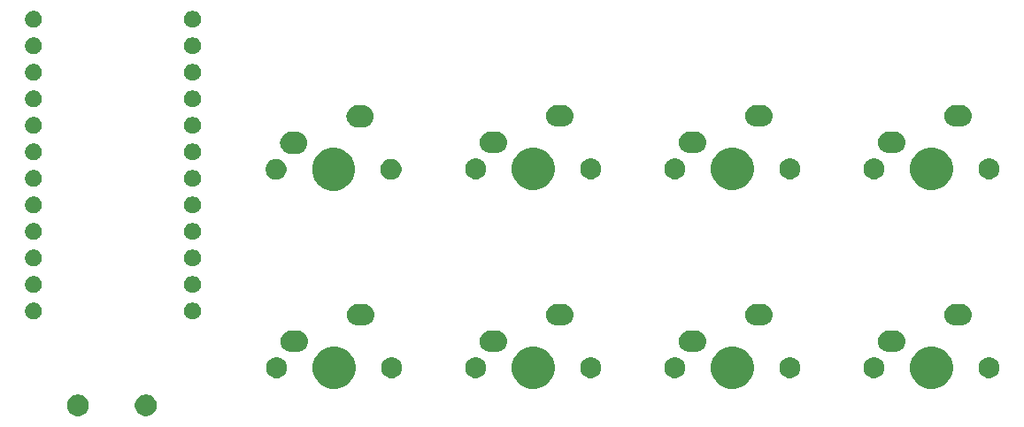
<source format=gbr>
G04 #@! TF.GenerationSoftware,KiCad,Pcbnew,(5.1.0)-1*
G04 #@! TF.CreationDate,2019-04-21T21:02:20+09:00*
G04 #@! TF.ProjectId,meishikbd,6d656973-6869-46b6-9264-2e6b69636164,rev?*
G04 #@! TF.SameCoordinates,Original*
G04 #@! TF.FileFunction,Soldermask,Bot*
G04 #@! TF.FilePolarity,Negative*
%FSLAX46Y46*%
G04 Gerber Fmt 4.6, Leading zero omitted, Abs format (unit mm)*
G04 Created by KiCad (PCBNEW (5.1.0)-1) date 2019-04-21 21:02:20*
%MOMM*%
%LPD*%
G04 APERTURE LIST*
%ADD10C,0.100000*%
G04 APERTURE END LIST*
D10*
G36*
X53456564Y-92689389D02*
G01*
X53647833Y-92768615D01*
X53647835Y-92768616D01*
X53819973Y-92883635D01*
X53966365Y-93030027D01*
X54081385Y-93202167D01*
X54160611Y-93393436D01*
X54201000Y-93596484D01*
X54201000Y-93803516D01*
X54160611Y-94006564D01*
X54081385Y-94197833D01*
X54081384Y-94197835D01*
X53966365Y-94369973D01*
X53819973Y-94516365D01*
X53647835Y-94631384D01*
X53647834Y-94631385D01*
X53647833Y-94631385D01*
X53456564Y-94710611D01*
X53253516Y-94751000D01*
X53046484Y-94751000D01*
X52843436Y-94710611D01*
X52652167Y-94631385D01*
X52652166Y-94631385D01*
X52652165Y-94631384D01*
X52480027Y-94516365D01*
X52333635Y-94369973D01*
X52218616Y-94197835D01*
X52218615Y-94197833D01*
X52139389Y-94006564D01*
X52099000Y-93803516D01*
X52099000Y-93596484D01*
X52139389Y-93393436D01*
X52218615Y-93202167D01*
X52333635Y-93030027D01*
X52480027Y-92883635D01*
X52652165Y-92768616D01*
X52652167Y-92768615D01*
X52843436Y-92689389D01*
X53046484Y-92649000D01*
X53253516Y-92649000D01*
X53456564Y-92689389D01*
X53456564Y-92689389D01*
G37*
G36*
X46956564Y-92689389D02*
G01*
X47147833Y-92768615D01*
X47147835Y-92768616D01*
X47319973Y-92883635D01*
X47466365Y-93030027D01*
X47581385Y-93202167D01*
X47660611Y-93393436D01*
X47701000Y-93596484D01*
X47701000Y-93803516D01*
X47660611Y-94006564D01*
X47581385Y-94197833D01*
X47581384Y-94197835D01*
X47466365Y-94369973D01*
X47319973Y-94516365D01*
X47147835Y-94631384D01*
X47147834Y-94631385D01*
X47147833Y-94631385D01*
X46956564Y-94710611D01*
X46753516Y-94751000D01*
X46546484Y-94751000D01*
X46343436Y-94710611D01*
X46152167Y-94631385D01*
X46152166Y-94631385D01*
X46152165Y-94631384D01*
X45980027Y-94516365D01*
X45833635Y-94369973D01*
X45718616Y-94197835D01*
X45718615Y-94197833D01*
X45639389Y-94006564D01*
X45599000Y-93803516D01*
X45599000Y-93596484D01*
X45639389Y-93393436D01*
X45718615Y-93202167D01*
X45833635Y-93030027D01*
X45980027Y-92883635D01*
X46152165Y-92768616D01*
X46152167Y-92768615D01*
X46343436Y-92689389D01*
X46546484Y-92649000D01*
X46753516Y-92649000D01*
X46956564Y-92689389D01*
X46956564Y-92689389D01*
G37*
G36*
X90798254Y-88127818D02*
G01*
X91171511Y-88282426D01*
X91171513Y-88282427D01*
X91207937Y-88306765D01*
X91507436Y-88506884D01*
X91793116Y-88792564D01*
X92017574Y-89128489D01*
X92172182Y-89501746D01*
X92251000Y-89897993D01*
X92251000Y-90302007D01*
X92172182Y-90698254D01*
X92021293Y-91062532D01*
X92017573Y-91071513D01*
X91793116Y-91407436D01*
X91507436Y-91693116D01*
X91171513Y-91917573D01*
X91171512Y-91917574D01*
X91171511Y-91917574D01*
X90798254Y-92072182D01*
X90402007Y-92151000D01*
X89997993Y-92151000D01*
X89601746Y-92072182D01*
X89228489Y-91917574D01*
X89228488Y-91917574D01*
X89228487Y-91917573D01*
X88892564Y-91693116D01*
X88606884Y-91407436D01*
X88382427Y-91071513D01*
X88378707Y-91062532D01*
X88227818Y-90698254D01*
X88149000Y-90302007D01*
X88149000Y-89897993D01*
X88227818Y-89501746D01*
X88382426Y-89128489D01*
X88606884Y-88792564D01*
X88892564Y-88506884D01*
X89192063Y-88306765D01*
X89228487Y-88282427D01*
X89228489Y-88282426D01*
X89601746Y-88127818D01*
X89997993Y-88049000D01*
X90402007Y-88049000D01*
X90798254Y-88127818D01*
X90798254Y-88127818D01*
G37*
G36*
X128898254Y-88127818D02*
G01*
X129271511Y-88282426D01*
X129271513Y-88282427D01*
X129307937Y-88306765D01*
X129607436Y-88506884D01*
X129893116Y-88792564D01*
X130117574Y-89128489D01*
X130272182Y-89501746D01*
X130351000Y-89897993D01*
X130351000Y-90302007D01*
X130272182Y-90698254D01*
X130121293Y-91062532D01*
X130117573Y-91071513D01*
X129893116Y-91407436D01*
X129607436Y-91693116D01*
X129271513Y-91917573D01*
X129271512Y-91917574D01*
X129271511Y-91917574D01*
X128898254Y-92072182D01*
X128502007Y-92151000D01*
X128097993Y-92151000D01*
X127701746Y-92072182D01*
X127328489Y-91917574D01*
X127328488Y-91917574D01*
X127328487Y-91917573D01*
X126992564Y-91693116D01*
X126706884Y-91407436D01*
X126482427Y-91071513D01*
X126478707Y-91062532D01*
X126327818Y-90698254D01*
X126249000Y-90302007D01*
X126249000Y-89897993D01*
X126327818Y-89501746D01*
X126482426Y-89128489D01*
X126706884Y-88792564D01*
X126992564Y-88506884D01*
X127292063Y-88306765D01*
X127328487Y-88282427D01*
X127328489Y-88282426D01*
X127701746Y-88127818D01*
X128097993Y-88049000D01*
X128502007Y-88049000D01*
X128898254Y-88127818D01*
X128898254Y-88127818D01*
G37*
G36*
X109848254Y-88127818D02*
G01*
X110221511Y-88282426D01*
X110221513Y-88282427D01*
X110257937Y-88306765D01*
X110557436Y-88506884D01*
X110843116Y-88792564D01*
X111067574Y-89128489D01*
X111222182Y-89501746D01*
X111301000Y-89897993D01*
X111301000Y-90302007D01*
X111222182Y-90698254D01*
X111071293Y-91062532D01*
X111067573Y-91071513D01*
X110843116Y-91407436D01*
X110557436Y-91693116D01*
X110221513Y-91917573D01*
X110221512Y-91917574D01*
X110221511Y-91917574D01*
X109848254Y-92072182D01*
X109452007Y-92151000D01*
X109047993Y-92151000D01*
X108651746Y-92072182D01*
X108278489Y-91917574D01*
X108278488Y-91917574D01*
X108278487Y-91917573D01*
X107942564Y-91693116D01*
X107656884Y-91407436D01*
X107432427Y-91071513D01*
X107428707Y-91062532D01*
X107277818Y-90698254D01*
X107199000Y-90302007D01*
X107199000Y-89897993D01*
X107277818Y-89501746D01*
X107432426Y-89128489D01*
X107656884Y-88792564D01*
X107942564Y-88506884D01*
X108242063Y-88306765D01*
X108278487Y-88282427D01*
X108278489Y-88282426D01*
X108651746Y-88127818D01*
X109047993Y-88049000D01*
X109452007Y-88049000D01*
X109848254Y-88127818D01*
X109848254Y-88127818D01*
G37*
G36*
X71748254Y-88127818D02*
G01*
X72121511Y-88282426D01*
X72121513Y-88282427D01*
X72157937Y-88306765D01*
X72457436Y-88506884D01*
X72743116Y-88792564D01*
X72967574Y-89128489D01*
X73122182Y-89501746D01*
X73201000Y-89897993D01*
X73201000Y-90302007D01*
X73122182Y-90698254D01*
X72971293Y-91062532D01*
X72967573Y-91071513D01*
X72743116Y-91407436D01*
X72457436Y-91693116D01*
X72121513Y-91917573D01*
X72121512Y-91917574D01*
X72121511Y-91917574D01*
X71748254Y-92072182D01*
X71352007Y-92151000D01*
X70947993Y-92151000D01*
X70551746Y-92072182D01*
X70178489Y-91917574D01*
X70178488Y-91917574D01*
X70178487Y-91917573D01*
X69842564Y-91693116D01*
X69556884Y-91407436D01*
X69332427Y-91071513D01*
X69328707Y-91062532D01*
X69177818Y-90698254D01*
X69099000Y-90302007D01*
X69099000Y-89897993D01*
X69177818Y-89501746D01*
X69332426Y-89128489D01*
X69556884Y-88792564D01*
X69842564Y-88506884D01*
X70142063Y-88306765D01*
X70178487Y-88282427D01*
X70178489Y-88282426D01*
X70551746Y-88127818D01*
X70947993Y-88049000D01*
X71352007Y-88049000D01*
X71748254Y-88127818D01*
X71748254Y-88127818D01*
G37*
G36*
X84895285Y-89118234D02*
G01*
X84991981Y-89137468D01*
X85174151Y-89212926D01*
X85338100Y-89322473D01*
X85477527Y-89461900D01*
X85587074Y-89625849D01*
X85662532Y-89808019D01*
X85701000Y-90001410D01*
X85701000Y-90198590D01*
X85662532Y-90391981D01*
X85587074Y-90574151D01*
X85477527Y-90738100D01*
X85338100Y-90877527D01*
X85174151Y-90987074D01*
X84991981Y-91062532D01*
X84798591Y-91101000D01*
X84601409Y-91101000D01*
X84504715Y-91081766D01*
X84408019Y-91062532D01*
X84225849Y-90987074D01*
X84061900Y-90877527D01*
X83922473Y-90738100D01*
X83812926Y-90574151D01*
X83737468Y-90391981D01*
X83699000Y-90198590D01*
X83699000Y-90001410D01*
X83737468Y-89808019D01*
X83812926Y-89625849D01*
X83922473Y-89461900D01*
X84061900Y-89322473D01*
X84225849Y-89212926D01*
X84408019Y-89137468D01*
X84504715Y-89118234D01*
X84601409Y-89099000D01*
X84798591Y-89099000D01*
X84895285Y-89118234D01*
X84895285Y-89118234D01*
G37*
G36*
X133995285Y-89118234D02*
G01*
X134091981Y-89137468D01*
X134274151Y-89212926D01*
X134438100Y-89322473D01*
X134577527Y-89461900D01*
X134687074Y-89625849D01*
X134762532Y-89808019D01*
X134801000Y-90001410D01*
X134801000Y-90198590D01*
X134762532Y-90391981D01*
X134687074Y-90574151D01*
X134577527Y-90738100D01*
X134438100Y-90877527D01*
X134274151Y-90987074D01*
X134091981Y-91062532D01*
X133898591Y-91101000D01*
X133701409Y-91101000D01*
X133604715Y-91081766D01*
X133508019Y-91062532D01*
X133325849Y-90987074D01*
X133161900Y-90877527D01*
X133022473Y-90738100D01*
X132912926Y-90574151D01*
X132837468Y-90391981D01*
X132799000Y-90198590D01*
X132799000Y-90001410D01*
X132837468Y-89808019D01*
X132912926Y-89625849D01*
X133022473Y-89461900D01*
X133161900Y-89322473D01*
X133325849Y-89212926D01*
X133508019Y-89137468D01*
X133604715Y-89118234D01*
X133701409Y-89099000D01*
X133898591Y-89099000D01*
X133995285Y-89118234D01*
X133995285Y-89118234D01*
G37*
G36*
X122995285Y-89118234D02*
G01*
X123091981Y-89137468D01*
X123274151Y-89212926D01*
X123438100Y-89322473D01*
X123577527Y-89461900D01*
X123687074Y-89625849D01*
X123762532Y-89808019D01*
X123801000Y-90001410D01*
X123801000Y-90198590D01*
X123762532Y-90391981D01*
X123687074Y-90574151D01*
X123577527Y-90738100D01*
X123438100Y-90877527D01*
X123274151Y-90987074D01*
X123091981Y-91062532D01*
X122898591Y-91101000D01*
X122701409Y-91101000D01*
X122604715Y-91081766D01*
X122508019Y-91062532D01*
X122325849Y-90987074D01*
X122161900Y-90877527D01*
X122022473Y-90738100D01*
X121912926Y-90574151D01*
X121837468Y-90391981D01*
X121799000Y-90198590D01*
X121799000Y-90001410D01*
X121837468Y-89808019D01*
X121912926Y-89625849D01*
X122022473Y-89461900D01*
X122161900Y-89322473D01*
X122325849Y-89212926D01*
X122508019Y-89137468D01*
X122604715Y-89118234D01*
X122701409Y-89099000D01*
X122898591Y-89099000D01*
X122995285Y-89118234D01*
X122995285Y-89118234D01*
G37*
G36*
X103945285Y-89118234D02*
G01*
X104041981Y-89137468D01*
X104224151Y-89212926D01*
X104388100Y-89322473D01*
X104527527Y-89461900D01*
X104637074Y-89625849D01*
X104712532Y-89808019D01*
X104751000Y-90001410D01*
X104751000Y-90198590D01*
X104712532Y-90391981D01*
X104637074Y-90574151D01*
X104527527Y-90738100D01*
X104388100Y-90877527D01*
X104224151Y-90987074D01*
X104041981Y-91062532D01*
X103848591Y-91101000D01*
X103651409Y-91101000D01*
X103554715Y-91081766D01*
X103458019Y-91062532D01*
X103275849Y-90987074D01*
X103111900Y-90877527D01*
X102972473Y-90738100D01*
X102862926Y-90574151D01*
X102787468Y-90391981D01*
X102749000Y-90198590D01*
X102749000Y-90001410D01*
X102787468Y-89808019D01*
X102862926Y-89625849D01*
X102972473Y-89461900D01*
X103111900Y-89322473D01*
X103275849Y-89212926D01*
X103458019Y-89137468D01*
X103554715Y-89118234D01*
X103651409Y-89099000D01*
X103848591Y-89099000D01*
X103945285Y-89118234D01*
X103945285Y-89118234D01*
G37*
G36*
X114945285Y-89118234D02*
G01*
X115041981Y-89137468D01*
X115224151Y-89212926D01*
X115388100Y-89322473D01*
X115527527Y-89461900D01*
X115637074Y-89625849D01*
X115712532Y-89808019D01*
X115751000Y-90001410D01*
X115751000Y-90198590D01*
X115712532Y-90391981D01*
X115637074Y-90574151D01*
X115527527Y-90738100D01*
X115388100Y-90877527D01*
X115224151Y-90987074D01*
X115041981Y-91062532D01*
X114848591Y-91101000D01*
X114651409Y-91101000D01*
X114554715Y-91081766D01*
X114458019Y-91062532D01*
X114275849Y-90987074D01*
X114111900Y-90877527D01*
X113972473Y-90738100D01*
X113862926Y-90574151D01*
X113787468Y-90391981D01*
X113749000Y-90198590D01*
X113749000Y-90001410D01*
X113787468Y-89808019D01*
X113862926Y-89625849D01*
X113972473Y-89461900D01*
X114111900Y-89322473D01*
X114275849Y-89212926D01*
X114458019Y-89137468D01*
X114554715Y-89118234D01*
X114651409Y-89099000D01*
X114848591Y-89099000D01*
X114945285Y-89118234D01*
X114945285Y-89118234D01*
G37*
G36*
X95895285Y-89118234D02*
G01*
X95991981Y-89137468D01*
X96174151Y-89212926D01*
X96338100Y-89322473D01*
X96477527Y-89461900D01*
X96587074Y-89625849D01*
X96662532Y-89808019D01*
X96701000Y-90001410D01*
X96701000Y-90198590D01*
X96662532Y-90391981D01*
X96587074Y-90574151D01*
X96477527Y-90738100D01*
X96338100Y-90877527D01*
X96174151Y-90987074D01*
X95991981Y-91062532D01*
X95798591Y-91101000D01*
X95601409Y-91101000D01*
X95504715Y-91081766D01*
X95408019Y-91062532D01*
X95225849Y-90987074D01*
X95061900Y-90877527D01*
X94922473Y-90738100D01*
X94812926Y-90574151D01*
X94737468Y-90391981D01*
X94699000Y-90198590D01*
X94699000Y-90001410D01*
X94737468Y-89808019D01*
X94812926Y-89625849D01*
X94922473Y-89461900D01*
X95061900Y-89322473D01*
X95225849Y-89212926D01*
X95408019Y-89137468D01*
X95504715Y-89118234D01*
X95601409Y-89099000D01*
X95798591Y-89099000D01*
X95895285Y-89118234D01*
X95895285Y-89118234D01*
G37*
G36*
X65845285Y-89118234D02*
G01*
X65941981Y-89137468D01*
X66124151Y-89212926D01*
X66288100Y-89322473D01*
X66427527Y-89461900D01*
X66537074Y-89625849D01*
X66612532Y-89808019D01*
X66651000Y-90001410D01*
X66651000Y-90198590D01*
X66612532Y-90391981D01*
X66537074Y-90574151D01*
X66427527Y-90738100D01*
X66288100Y-90877527D01*
X66124151Y-90987074D01*
X65941981Y-91062532D01*
X65845285Y-91081766D01*
X65748591Y-91101000D01*
X65551409Y-91101000D01*
X65454715Y-91081766D01*
X65358019Y-91062532D01*
X65175849Y-90987074D01*
X65011900Y-90877527D01*
X64872473Y-90738100D01*
X64762926Y-90574151D01*
X64687468Y-90391981D01*
X64649000Y-90198590D01*
X64649000Y-90001410D01*
X64687468Y-89808019D01*
X64762926Y-89625849D01*
X64872473Y-89461900D01*
X65011900Y-89322473D01*
X65175849Y-89212926D01*
X65358019Y-89137468D01*
X65454715Y-89118234D01*
X65551409Y-89099000D01*
X65748591Y-89099000D01*
X65845285Y-89118234D01*
X65845285Y-89118234D01*
G37*
G36*
X76845285Y-89118234D02*
G01*
X76941981Y-89137468D01*
X77124151Y-89212926D01*
X77288100Y-89322473D01*
X77427527Y-89461900D01*
X77537074Y-89625849D01*
X77612532Y-89808019D01*
X77651000Y-90001410D01*
X77651000Y-90198590D01*
X77612532Y-90391981D01*
X77537074Y-90574151D01*
X77427527Y-90738100D01*
X77288100Y-90877527D01*
X77124151Y-90987074D01*
X76941981Y-91062532D01*
X76845285Y-91081766D01*
X76748591Y-91101000D01*
X76551409Y-91101000D01*
X76454715Y-91081766D01*
X76358019Y-91062532D01*
X76175849Y-90987074D01*
X76011900Y-90877527D01*
X75872473Y-90738100D01*
X75762926Y-90574151D01*
X75687468Y-90391981D01*
X75649000Y-90198590D01*
X75649000Y-90001410D01*
X75687468Y-89808019D01*
X75762926Y-89625849D01*
X75872473Y-89461900D01*
X76011900Y-89322473D01*
X76175849Y-89212926D01*
X76358019Y-89137468D01*
X76454715Y-89118234D01*
X76551409Y-89099000D01*
X76748591Y-89099000D01*
X76845285Y-89118234D01*
X76845285Y-89118234D01*
G37*
G36*
X124843097Y-86514069D02*
G01*
X124946032Y-86524207D01*
X125144146Y-86584305D01*
X125144149Y-86584306D01*
X125240975Y-86636061D01*
X125326729Y-86681897D01*
X125486765Y-86813235D01*
X125618103Y-86973271D01*
X125663939Y-87059025D01*
X125715694Y-87155851D01*
X125715695Y-87155854D01*
X125775793Y-87353968D01*
X125796085Y-87560000D01*
X125775793Y-87766032D01*
X125715695Y-87964146D01*
X125715694Y-87964149D01*
X125670340Y-88049000D01*
X125618103Y-88146729D01*
X125486765Y-88306765D01*
X125326729Y-88438103D01*
X125240975Y-88483939D01*
X125144149Y-88535694D01*
X125144146Y-88535695D01*
X124946032Y-88595793D01*
X124843097Y-88605931D01*
X124791631Y-88611000D01*
X124188369Y-88611000D01*
X124136903Y-88605931D01*
X124033968Y-88595793D01*
X123835854Y-88535695D01*
X123835851Y-88535694D01*
X123739025Y-88483939D01*
X123653271Y-88438103D01*
X123493235Y-88306765D01*
X123361897Y-88146729D01*
X123309660Y-88049000D01*
X123264306Y-87964149D01*
X123264305Y-87964146D01*
X123204207Y-87766032D01*
X123183915Y-87560000D01*
X123204207Y-87353968D01*
X123264305Y-87155854D01*
X123264306Y-87155851D01*
X123316061Y-87059025D01*
X123361897Y-86973271D01*
X123493235Y-86813235D01*
X123653271Y-86681897D01*
X123739025Y-86636061D01*
X123835851Y-86584306D01*
X123835854Y-86584305D01*
X124033968Y-86524207D01*
X124136903Y-86514069D01*
X124188369Y-86509000D01*
X124791631Y-86509000D01*
X124843097Y-86514069D01*
X124843097Y-86514069D01*
G37*
G36*
X105793097Y-86514069D02*
G01*
X105896032Y-86524207D01*
X106094146Y-86584305D01*
X106094149Y-86584306D01*
X106190975Y-86636061D01*
X106276729Y-86681897D01*
X106436765Y-86813235D01*
X106568103Y-86973271D01*
X106613939Y-87059025D01*
X106665694Y-87155851D01*
X106665695Y-87155854D01*
X106725793Y-87353968D01*
X106746085Y-87560000D01*
X106725793Y-87766032D01*
X106665695Y-87964146D01*
X106665694Y-87964149D01*
X106620340Y-88049000D01*
X106568103Y-88146729D01*
X106436765Y-88306765D01*
X106276729Y-88438103D01*
X106190975Y-88483939D01*
X106094149Y-88535694D01*
X106094146Y-88535695D01*
X105896032Y-88595793D01*
X105793097Y-88605931D01*
X105741631Y-88611000D01*
X105138369Y-88611000D01*
X105086903Y-88605931D01*
X104983968Y-88595793D01*
X104785854Y-88535695D01*
X104785851Y-88535694D01*
X104689025Y-88483939D01*
X104603271Y-88438103D01*
X104443235Y-88306765D01*
X104311897Y-88146729D01*
X104259660Y-88049000D01*
X104214306Y-87964149D01*
X104214305Y-87964146D01*
X104154207Y-87766032D01*
X104133915Y-87560000D01*
X104154207Y-87353968D01*
X104214305Y-87155854D01*
X104214306Y-87155851D01*
X104266061Y-87059025D01*
X104311897Y-86973271D01*
X104443235Y-86813235D01*
X104603271Y-86681897D01*
X104689025Y-86636061D01*
X104785851Y-86584306D01*
X104785854Y-86584305D01*
X104983968Y-86524207D01*
X105086903Y-86514069D01*
X105138369Y-86509000D01*
X105741631Y-86509000D01*
X105793097Y-86514069D01*
X105793097Y-86514069D01*
G37*
G36*
X86743097Y-86514069D02*
G01*
X86846032Y-86524207D01*
X87044146Y-86584305D01*
X87044149Y-86584306D01*
X87140975Y-86636061D01*
X87226729Y-86681897D01*
X87386765Y-86813235D01*
X87518103Y-86973271D01*
X87563939Y-87059025D01*
X87615694Y-87155851D01*
X87615695Y-87155854D01*
X87675793Y-87353968D01*
X87696085Y-87560000D01*
X87675793Y-87766032D01*
X87615695Y-87964146D01*
X87615694Y-87964149D01*
X87570340Y-88049000D01*
X87518103Y-88146729D01*
X87386765Y-88306765D01*
X87226729Y-88438103D01*
X87140975Y-88483939D01*
X87044149Y-88535694D01*
X87044146Y-88535695D01*
X86846032Y-88595793D01*
X86743097Y-88605931D01*
X86691631Y-88611000D01*
X86088369Y-88611000D01*
X86036903Y-88605931D01*
X85933968Y-88595793D01*
X85735854Y-88535695D01*
X85735851Y-88535694D01*
X85639025Y-88483939D01*
X85553271Y-88438103D01*
X85393235Y-88306765D01*
X85261897Y-88146729D01*
X85209660Y-88049000D01*
X85164306Y-87964149D01*
X85164305Y-87964146D01*
X85104207Y-87766032D01*
X85083915Y-87560000D01*
X85104207Y-87353968D01*
X85164305Y-87155854D01*
X85164306Y-87155851D01*
X85216061Y-87059025D01*
X85261897Y-86973271D01*
X85393235Y-86813235D01*
X85553271Y-86681897D01*
X85639025Y-86636061D01*
X85735851Y-86584306D01*
X85735854Y-86584305D01*
X85933968Y-86524207D01*
X86036903Y-86514069D01*
X86088369Y-86509000D01*
X86691631Y-86509000D01*
X86743097Y-86514069D01*
X86743097Y-86514069D01*
G37*
G36*
X67693097Y-86514069D02*
G01*
X67796032Y-86524207D01*
X67994146Y-86584305D01*
X67994149Y-86584306D01*
X68090975Y-86636061D01*
X68176729Y-86681897D01*
X68336765Y-86813235D01*
X68468103Y-86973271D01*
X68513939Y-87059025D01*
X68565694Y-87155851D01*
X68565695Y-87155854D01*
X68625793Y-87353968D01*
X68646085Y-87560000D01*
X68625793Y-87766032D01*
X68565695Y-87964146D01*
X68565694Y-87964149D01*
X68520340Y-88049000D01*
X68468103Y-88146729D01*
X68336765Y-88306765D01*
X68176729Y-88438103D01*
X68090975Y-88483939D01*
X67994149Y-88535694D01*
X67994146Y-88535695D01*
X67796032Y-88595793D01*
X67693097Y-88605931D01*
X67641631Y-88611000D01*
X67038369Y-88611000D01*
X66986903Y-88605931D01*
X66883968Y-88595793D01*
X66685854Y-88535695D01*
X66685851Y-88535694D01*
X66589025Y-88483939D01*
X66503271Y-88438103D01*
X66343235Y-88306765D01*
X66211897Y-88146729D01*
X66159660Y-88049000D01*
X66114306Y-87964149D01*
X66114305Y-87964146D01*
X66054207Y-87766032D01*
X66033915Y-87560000D01*
X66054207Y-87353968D01*
X66114305Y-87155854D01*
X66114306Y-87155851D01*
X66166061Y-87059025D01*
X66211897Y-86973271D01*
X66343235Y-86813235D01*
X66503271Y-86681897D01*
X66589025Y-86636061D01*
X66685851Y-86584306D01*
X66685854Y-86584305D01*
X66883968Y-86524207D01*
X66986903Y-86514069D01*
X67038369Y-86509000D01*
X67641631Y-86509000D01*
X67693097Y-86514069D01*
X67693097Y-86514069D01*
G37*
G36*
X131193097Y-83974069D02*
G01*
X131296032Y-83984207D01*
X131494146Y-84044305D01*
X131494149Y-84044306D01*
X131590975Y-84096061D01*
X131676729Y-84141897D01*
X131836765Y-84273235D01*
X131968103Y-84433271D01*
X132013939Y-84519025D01*
X132065694Y-84615851D01*
X132065695Y-84615854D01*
X132125793Y-84813968D01*
X132146085Y-85020000D01*
X132125793Y-85226032D01*
X132105326Y-85293501D01*
X132065694Y-85424149D01*
X132038513Y-85475000D01*
X131968103Y-85606729D01*
X131836765Y-85766765D01*
X131676729Y-85898103D01*
X131590975Y-85943939D01*
X131494149Y-85995694D01*
X131494146Y-85995695D01*
X131296032Y-86055793D01*
X131193097Y-86065931D01*
X131141631Y-86071000D01*
X130538369Y-86071000D01*
X130486903Y-86065931D01*
X130383968Y-86055793D01*
X130185854Y-85995695D01*
X130185851Y-85995694D01*
X130089025Y-85943939D01*
X130003271Y-85898103D01*
X129843235Y-85766765D01*
X129711897Y-85606729D01*
X129641487Y-85475000D01*
X129614306Y-85424149D01*
X129574674Y-85293501D01*
X129554207Y-85226032D01*
X129533915Y-85020000D01*
X129554207Y-84813968D01*
X129614305Y-84615854D01*
X129614306Y-84615851D01*
X129666061Y-84519025D01*
X129711897Y-84433271D01*
X129843235Y-84273235D01*
X130003271Y-84141897D01*
X130089025Y-84096061D01*
X130185851Y-84044306D01*
X130185854Y-84044305D01*
X130383968Y-83984207D01*
X130486903Y-83974069D01*
X130538369Y-83969000D01*
X131141631Y-83969000D01*
X131193097Y-83974069D01*
X131193097Y-83974069D01*
G37*
G36*
X112143097Y-83974069D02*
G01*
X112246032Y-83984207D01*
X112444146Y-84044305D01*
X112444149Y-84044306D01*
X112540975Y-84096061D01*
X112626729Y-84141897D01*
X112786765Y-84273235D01*
X112918103Y-84433271D01*
X112963939Y-84519025D01*
X113015694Y-84615851D01*
X113015695Y-84615854D01*
X113075793Y-84813968D01*
X113096085Y-85020000D01*
X113075793Y-85226032D01*
X113055326Y-85293501D01*
X113015694Y-85424149D01*
X112988513Y-85475000D01*
X112918103Y-85606729D01*
X112786765Y-85766765D01*
X112626729Y-85898103D01*
X112540975Y-85943939D01*
X112444149Y-85995694D01*
X112444146Y-85995695D01*
X112246032Y-86055793D01*
X112143097Y-86065931D01*
X112091631Y-86071000D01*
X111488369Y-86071000D01*
X111436903Y-86065931D01*
X111333968Y-86055793D01*
X111135854Y-85995695D01*
X111135851Y-85995694D01*
X111039025Y-85943939D01*
X110953271Y-85898103D01*
X110793235Y-85766765D01*
X110661897Y-85606729D01*
X110591487Y-85475000D01*
X110564306Y-85424149D01*
X110524674Y-85293501D01*
X110504207Y-85226032D01*
X110483915Y-85020000D01*
X110504207Y-84813968D01*
X110564305Y-84615854D01*
X110564306Y-84615851D01*
X110616061Y-84519025D01*
X110661897Y-84433271D01*
X110793235Y-84273235D01*
X110953271Y-84141897D01*
X111039025Y-84096061D01*
X111135851Y-84044306D01*
X111135854Y-84044305D01*
X111333968Y-83984207D01*
X111436903Y-83974069D01*
X111488369Y-83969000D01*
X112091631Y-83969000D01*
X112143097Y-83974069D01*
X112143097Y-83974069D01*
G37*
G36*
X93093097Y-83974069D02*
G01*
X93196032Y-83984207D01*
X93394146Y-84044305D01*
X93394149Y-84044306D01*
X93490975Y-84096061D01*
X93576729Y-84141897D01*
X93736765Y-84273235D01*
X93868103Y-84433271D01*
X93913939Y-84519025D01*
X93965694Y-84615851D01*
X93965695Y-84615854D01*
X94025793Y-84813968D01*
X94046085Y-85020000D01*
X94025793Y-85226032D01*
X94005326Y-85293501D01*
X93965694Y-85424149D01*
X93938513Y-85475000D01*
X93868103Y-85606729D01*
X93736765Y-85766765D01*
X93576729Y-85898103D01*
X93490975Y-85943939D01*
X93394149Y-85995694D01*
X93394146Y-85995695D01*
X93196032Y-86055793D01*
X93093097Y-86065931D01*
X93041631Y-86071000D01*
X92438369Y-86071000D01*
X92386903Y-86065931D01*
X92283968Y-86055793D01*
X92085854Y-85995695D01*
X92085851Y-85995694D01*
X91989025Y-85943939D01*
X91903271Y-85898103D01*
X91743235Y-85766765D01*
X91611897Y-85606729D01*
X91541487Y-85475000D01*
X91514306Y-85424149D01*
X91474674Y-85293501D01*
X91454207Y-85226032D01*
X91433915Y-85020000D01*
X91454207Y-84813968D01*
X91514305Y-84615854D01*
X91514306Y-84615851D01*
X91566061Y-84519025D01*
X91611897Y-84433271D01*
X91743235Y-84273235D01*
X91903271Y-84141897D01*
X91989025Y-84096061D01*
X92085851Y-84044306D01*
X92085854Y-84044305D01*
X92283968Y-83984207D01*
X92386903Y-83974069D01*
X92438369Y-83969000D01*
X93041631Y-83969000D01*
X93093097Y-83974069D01*
X93093097Y-83974069D01*
G37*
G36*
X74043097Y-83974069D02*
G01*
X74146032Y-83984207D01*
X74344146Y-84044305D01*
X74344149Y-84044306D01*
X74440975Y-84096061D01*
X74526729Y-84141897D01*
X74686765Y-84273235D01*
X74818103Y-84433271D01*
X74863939Y-84519025D01*
X74915694Y-84615851D01*
X74915695Y-84615854D01*
X74975793Y-84813968D01*
X74996085Y-85020000D01*
X74975793Y-85226032D01*
X74955326Y-85293501D01*
X74915694Y-85424149D01*
X74888513Y-85475000D01*
X74818103Y-85606729D01*
X74686765Y-85766765D01*
X74526729Y-85898103D01*
X74440975Y-85943939D01*
X74344149Y-85995694D01*
X74344146Y-85995695D01*
X74146032Y-86055793D01*
X74043097Y-86065931D01*
X73991631Y-86071000D01*
X73388369Y-86071000D01*
X73336903Y-86065931D01*
X73233968Y-86055793D01*
X73035854Y-85995695D01*
X73035851Y-85995694D01*
X72939025Y-85943939D01*
X72853271Y-85898103D01*
X72693235Y-85766765D01*
X72561897Y-85606729D01*
X72491487Y-85475000D01*
X72464306Y-85424149D01*
X72424674Y-85293501D01*
X72404207Y-85226032D01*
X72383915Y-85020000D01*
X72404207Y-84813968D01*
X72464305Y-84615854D01*
X72464306Y-84615851D01*
X72516061Y-84519025D01*
X72561897Y-84433271D01*
X72693235Y-84273235D01*
X72853271Y-84141897D01*
X72939025Y-84096061D01*
X73035851Y-84044306D01*
X73035854Y-84044305D01*
X73233968Y-83984207D01*
X73336903Y-83974069D01*
X73388369Y-83969000D01*
X73991631Y-83969000D01*
X74043097Y-83974069D01*
X74043097Y-83974069D01*
G37*
G36*
X57848542Y-83880242D02*
G01*
X57996501Y-83941529D01*
X58129655Y-84030499D01*
X58242901Y-84143745D01*
X58331871Y-84276899D01*
X58393158Y-84424858D01*
X58424400Y-84581925D01*
X58424400Y-84742075D01*
X58393158Y-84899142D01*
X58331871Y-85047101D01*
X58242901Y-85180255D01*
X58129655Y-85293501D01*
X57996501Y-85382471D01*
X57848542Y-85443758D01*
X57691475Y-85475000D01*
X57531325Y-85475000D01*
X57374258Y-85443758D01*
X57226299Y-85382471D01*
X57093145Y-85293501D01*
X56979899Y-85180255D01*
X56890929Y-85047101D01*
X56829642Y-84899142D01*
X56798400Y-84742075D01*
X56798400Y-84581925D01*
X56829642Y-84424858D01*
X56890929Y-84276899D01*
X56979899Y-84143745D01*
X57093145Y-84030499D01*
X57226299Y-83941529D01*
X57374258Y-83880242D01*
X57531325Y-83849000D01*
X57691475Y-83849000D01*
X57848542Y-83880242D01*
X57848542Y-83880242D01*
G37*
G36*
X42628542Y-83880242D02*
G01*
X42776501Y-83941529D01*
X42909655Y-84030499D01*
X43022901Y-84143745D01*
X43111871Y-84276899D01*
X43173158Y-84424858D01*
X43204400Y-84581925D01*
X43204400Y-84742075D01*
X43173158Y-84899142D01*
X43111871Y-85047101D01*
X43022901Y-85180255D01*
X42909655Y-85293501D01*
X42776501Y-85382471D01*
X42628542Y-85443758D01*
X42471475Y-85475000D01*
X42311325Y-85475000D01*
X42154258Y-85443758D01*
X42006299Y-85382471D01*
X41873145Y-85293501D01*
X41759899Y-85180255D01*
X41670929Y-85047101D01*
X41609642Y-84899142D01*
X41578400Y-84742075D01*
X41578400Y-84581925D01*
X41609642Y-84424858D01*
X41670929Y-84276899D01*
X41759899Y-84143745D01*
X41873145Y-84030499D01*
X42006299Y-83941529D01*
X42154258Y-83880242D01*
X42311325Y-83849000D01*
X42471475Y-83849000D01*
X42628542Y-83880242D01*
X42628542Y-83880242D01*
G37*
G36*
X57848542Y-81340242D02*
G01*
X57996501Y-81401529D01*
X58129655Y-81490499D01*
X58242901Y-81603745D01*
X58331871Y-81736899D01*
X58393158Y-81884858D01*
X58424400Y-82041925D01*
X58424400Y-82202075D01*
X58393158Y-82359142D01*
X58331871Y-82507101D01*
X58242901Y-82640255D01*
X58129655Y-82753501D01*
X57996501Y-82842471D01*
X57848542Y-82903758D01*
X57691475Y-82935000D01*
X57531325Y-82935000D01*
X57374258Y-82903758D01*
X57226299Y-82842471D01*
X57093145Y-82753501D01*
X56979899Y-82640255D01*
X56890929Y-82507101D01*
X56829642Y-82359142D01*
X56798400Y-82202075D01*
X56798400Y-82041925D01*
X56829642Y-81884858D01*
X56890929Y-81736899D01*
X56979899Y-81603745D01*
X57093145Y-81490499D01*
X57226299Y-81401529D01*
X57374258Y-81340242D01*
X57531325Y-81309000D01*
X57691475Y-81309000D01*
X57848542Y-81340242D01*
X57848542Y-81340242D01*
G37*
G36*
X42628542Y-81340242D02*
G01*
X42776501Y-81401529D01*
X42909655Y-81490499D01*
X43022901Y-81603745D01*
X43111871Y-81736899D01*
X43173158Y-81884858D01*
X43204400Y-82041925D01*
X43204400Y-82202075D01*
X43173158Y-82359142D01*
X43111871Y-82507101D01*
X43022901Y-82640255D01*
X42909655Y-82753501D01*
X42776501Y-82842471D01*
X42628542Y-82903758D01*
X42471475Y-82935000D01*
X42311325Y-82935000D01*
X42154258Y-82903758D01*
X42006299Y-82842471D01*
X41873145Y-82753501D01*
X41759899Y-82640255D01*
X41670929Y-82507101D01*
X41609642Y-82359142D01*
X41578400Y-82202075D01*
X41578400Y-82041925D01*
X41609642Y-81884858D01*
X41670929Y-81736899D01*
X41759899Y-81603745D01*
X41873145Y-81490499D01*
X42006299Y-81401529D01*
X42154258Y-81340242D01*
X42311325Y-81309000D01*
X42471475Y-81309000D01*
X42628542Y-81340242D01*
X42628542Y-81340242D01*
G37*
G36*
X57848542Y-78800242D02*
G01*
X57996501Y-78861529D01*
X58129655Y-78950499D01*
X58242901Y-79063745D01*
X58331871Y-79196899D01*
X58393158Y-79344858D01*
X58424400Y-79501925D01*
X58424400Y-79662075D01*
X58393158Y-79819142D01*
X58331871Y-79967101D01*
X58242901Y-80100255D01*
X58129655Y-80213501D01*
X57996501Y-80302471D01*
X57848542Y-80363758D01*
X57691475Y-80395000D01*
X57531325Y-80395000D01*
X57374258Y-80363758D01*
X57226299Y-80302471D01*
X57093145Y-80213501D01*
X56979899Y-80100255D01*
X56890929Y-79967101D01*
X56829642Y-79819142D01*
X56798400Y-79662075D01*
X56798400Y-79501925D01*
X56829642Y-79344858D01*
X56890929Y-79196899D01*
X56979899Y-79063745D01*
X57093145Y-78950499D01*
X57226299Y-78861529D01*
X57374258Y-78800242D01*
X57531325Y-78769000D01*
X57691475Y-78769000D01*
X57848542Y-78800242D01*
X57848542Y-78800242D01*
G37*
G36*
X42628542Y-78800242D02*
G01*
X42776501Y-78861529D01*
X42909655Y-78950499D01*
X43022901Y-79063745D01*
X43111871Y-79196899D01*
X43173158Y-79344858D01*
X43204400Y-79501925D01*
X43204400Y-79662075D01*
X43173158Y-79819142D01*
X43111871Y-79967101D01*
X43022901Y-80100255D01*
X42909655Y-80213501D01*
X42776501Y-80302471D01*
X42628542Y-80363758D01*
X42471475Y-80395000D01*
X42311325Y-80395000D01*
X42154258Y-80363758D01*
X42006299Y-80302471D01*
X41873145Y-80213501D01*
X41759899Y-80100255D01*
X41670929Y-79967101D01*
X41609642Y-79819142D01*
X41578400Y-79662075D01*
X41578400Y-79501925D01*
X41609642Y-79344858D01*
X41670929Y-79196899D01*
X41759899Y-79063745D01*
X41873145Y-78950499D01*
X42006299Y-78861529D01*
X42154258Y-78800242D01*
X42311325Y-78769000D01*
X42471475Y-78769000D01*
X42628542Y-78800242D01*
X42628542Y-78800242D01*
G37*
G36*
X57848542Y-76260242D02*
G01*
X57996501Y-76321529D01*
X58129655Y-76410499D01*
X58242901Y-76523745D01*
X58331871Y-76656899D01*
X58393158Y-76804858D01*
X58424400Y-76961925D01*
X58424400Y-77122075D01*
X58393158Y-77279142D01*
X58331871Y-77427101D01*
X58242901Y-77560255D01*
X58129655Y-77673501D01*
X57996501Y-77762471D01*
X57848542Y-77823758D01*
X57691475Y-77855000D01*
X57531325Y-77855000D01*
X57374258Y-77823758D01*
X57226299Y-77762471D01*
X57093145Y-77673501D01*
X56979899Y-77560255D01*
X56890929Y-77427101D01*
X56829642Y-77279142D01*
X56798400Y-77122075D01*
X56798400Y-76961925D01*
X56829642Y-76804858D01*
X56890929Y-76656899D01*
X56979899Y-76523745D01*
X57093145Y-76410499D01*
X57226299Y-76321529D01*
X57374258Y-76260242D01*
X57531325Y-76229000D01*
X57691475Y-76229000D01*
X57848542Y-76260242D01*
X57848542Y-76260242D01*
G37*
G36*
X42628542Y-76260242D02*
G01*
X42776501Y-76321529D01*
X42909655Y-76410499D01*
X43022901Y-76523745D01*
X43111871Y-76656899D01*
X43173158Y-76804858D01*
X43204400Y-76961925D01*
X43204400Y-77122075D01*
X43173158Y-77279142D01*
X43111871Y-77427101D01*
X43022901Y-77560255D01*
X42909655Y-77673501D01*
X42776501Y-77762471D01*
X42628542Y-77823758D01*
X42471475Y-77855000D01*
X42311325Y-77855000D01*
X42154258Y-77823758D01*
X42006299Y-77762471D01*
X41873145Y-77673501D01*
X41759899Y-77560255D01*
X41670929Y-77427101D01*
X41609642Y-77279142D01*
X41578400Y-77122075D01*
X41578400Y-76961925D01*
X41609642Y-76804858D01*
X41670929Y-76656899D01*
X41759899Y-76523745D01*
X41873145Y-76410499D01*
X42006299Y-76321529D01*
X42154258Y-76260242D01*
X42311325Y-76229000D01*
X42471475Y-76229000D01*
X42628542Y-76260242D01*
X42628542Y-76260242D01*
G37*
G36*
X57848542Y-73720242D02*
G01*
X57996501Y-73781529D01*
X58129655Y-73870499D01*
X58242901Y-73983745D01*
X58331871Y-74116899D01*
X58393158Y-74264858D01*
X58424400Y-74421925D01*
X58424400Y-74582075D01*
X58393158Y-74739142D01*
X58331871Y-74887101D01*
X58242901Y-75020255D01*
X58129655Y-75133501D01*
X57996501Y-75222471D01*
X57848542Y-75283758D01*
X57691475Y-75315000D01*
X57531325Y-75315000D01*
X57374258Y-75283758D01*
X57226299Y-75222471D01*
X57093145Y-75133501D01*
X56979899Y-75020255D01*
X56890929Y-74887101D01*
X56829642Y-74739142D01*
X56798400Y-74582075D01*
X56798400Y-74421925D01*
X56829642Y-74264858D01*
X56890929Y-74116899D01*
X56979899Y-73983745D01*
X57093145Y-73870499D01*
X57226299Y-73781529D01*
X57374258Y-73720242D01*
X57531325Y-73689000D01*
X57691475Y-73689000D01*
X57848542Y-73720242D01*
X57848542Y-73720242D01*
G37*
G36*
X42628542Y-73720242D02*
G01*
X42776501Y-73781529D01*
X42909655Y-73870499D01*
X43022901Y-73983745D01*
X43111871Y-74116899D01*
X43173158Y-74264858D01*
X43204400Y-74421925D01*
X43204400Y-74582075D01*
X43173158Y-74739142D01*
X43111871Y-74887101D01*
X43022901Y-75020255D01*
X42909655Y-75133501D01*
X42776501Y-75222471D01*
X42628542Y-75283758D01*
X42471475Y-75315000D01*
X42311325Y-75315000D01*
X42154258Y-75283758D01*
X42006299Y-75222471D01*
X41873145Y-75133501D01*
X41759899Y-75020255D01*
X41670929Y-74887101D01*
X41609642Y-74739142D01*
X41578400Y-74582075D01*
X41578400Y-74421925D01*
X41609642Y-74264858D01*
X41670929Y-74116899D01*
X41759899Y-73983745D01*
X41873145Y-73870499D01*
X42006299Y-73781529D01*
X42154258Y-73720242D01*
X42311325Y-73689000D01*
X42471475Y-73689000D01*
X42628542Y-73720242D01*
X42628542Y-73720242D01*
G37*
G36*
X71698254Y-69127818D02*
G01*
X72071511Y-69282426D01*
X72071513Y-69282427D01*
X72407436Y-69506884D01*
X72693116Y-69792564D01*
X72867468Y-70053499D01*
X72917574Y-70128489D01*
X73072182Y-70501746D01*
X73151000Y-70897993D01*
X73151000Y-71302007D01*
X73072182Y-71698254D01*
X72938284Y-72021513D01*
X72917573Y-72071513D01*
X72693116Y-72407436D01*
X72407436Y-72693116D01*
X72071513Y-72917573D01*
X72071512Y-72917574D01*
X72071511Y-72917574D01*
X71698254Y-73072182D01*
X71302007Y-73151000D01*
X70897993Y-73151000D01*
X70501746Y-73072182D01*
X70128489Y-72917574D01*
X70128488Y-72917574D01*
X70128487Y-72917573D01*
X69792564Y-72693116D01*
X69506884Y-72407436D01*
X69282427Y-72071513D01*
X69261716Y-72021513D01*
X69127818Y-71698254D01*
X69049000Y-71302007D01*
X69049000Y-70897993D01*
X69127818Y-70501746D01*
X69282426Y-70128489D01*
X69332533Y-70053499D01*
X69506884Y-69792564D01*
X69792564Y-69506884D01*
X70128487Y-69282427D01*
X70128489Y-69282426D01*
X70501746Y-69127818D01*
X70897993Y-69049000D01*
X71302007Y-69049000D01*
X71698254Y-69127818D01*
X71698254Y-69127818D01*
G37*
G36*
X109848254Y-69077818D02*
G01*
X110221511Y-69232426D01*
X110221513Y-69232427D01*
X110557436Y-69456884D01*
X110843116Y-69742564D01*
X111050877Y-70053499D01*
X111067574Y-70078489D01*
X111222182Y-70451746D01*
X111301000Y-70847993D01*
X111301000Y-71252007D01*
X111222182Y-71648254D01*
X111081838Y-71987074D01*
X111067573Y-72021513D01*
X110843116Y-72357436D01*
X110557436Y-72643116D01*
X110221513Y-72867573D01*
X110221512Y-72867574D01*
X110221511Y-72867574D01*
X109848254Y-73022182D01*
X109452007Y-73101000D01*
X109047993Y-73101000D01*
X108651746Y-73022182D01*
X108278489Y-72867574D01*
X108278488Y-72867574D01*
X108278487Y-72867573D01*
X107942564Y-72643116D01*
X107656884Y-72357436D01*
X107432427Y-72021513D01*
X107418162Y-71987074D01*
X107277818Y-71648254D01*
X107199000Y-71252007D01*
X107199000Y-70847993D01*
X107277818Y-70451746D01*
X107432426Y-70078489D01*
X107449124Y-70053499D01*
X107656884Y-69742564D01*
X107942564Y-69456884D01*
X108278487Y-69232427D01*
X108278489Y-69232426D01*
X108651746Y-69077818D01*
X109047993Y-68999000D01*
X109452007Y-68999000D01*
X109848254Y-69077818D01*
X109848254Y-69077818D01*
G37*
G36*
X90798254Y-69077818D02*
G01*
X91171511Y-69232426D01*
X91171513Y-69232427D01*
X91507436Y-69456884D01*
X91793116Y-69742564D01*
X92000877Y-70053499D01*
X92017574Y-70078489D01*
X92172182Y-70451746D01*
X92251000Y-70847993D01*
X92251000Y-71252007D01*
X92172182Y-71648254D01*
X92031838Y-71987074D01*
X92017573Y-72021513D01*
X91793116Y-72357436D01*
X91507436Y-72643116D01*
X91171513Y-72867573D01*
X91171512Y-72867574D01*
X91171511Y-72867574D01*
X90798254Y-73022182D01*
X90402007Y-73101000D01*
X89997993Y-73101000D01*
X89601746Y-73022182D01*
X89228489Y-72867574D01*
X89228488Y-72867574D01*
X89228487Y-72867573D01*
X88892564Y-72643116D01*
X88606884Y-72357436D01*
X88382427Y-72021513D01*
X88368162Y-71987074D01*
X88227818Y-71648254D01*
X88149000Y-71252007D01*
X88149000Y-70847993D01*
X88227818Y-70451746D01*
X88382426Y-70078489D01*
X88399124Y-70053499D01*
X88606884Y-69742564D01*
X88892564Y-69456884D01*
X89228487Y-69232427D01*
X89228489Y-69232426D01*
X89601746Y-69077818D01*
X89997993Y-68999000D01*
X90402007Y-68999000D01*
X90798254Y-69077818D01*
X90798254Y-69077818D01*
G37*
G36*
X128898254Y-69077818D02*
G01*
X129271511Y-69232426D01*
X129271513Y-69232427D01*
X129607436Y-69456884D01*
X129893116Y-69742564D01*
X130100877Y-70053499D01*
X130117574Y-70078489D01*
X130272182Y-70451746D01*
X130351000Y-70847993D01*
X130351000Y-71252007D01*
X130272182Y-71648254D01*
X130131838Y-71987074D01*
X130117573Y-72021513D01*
X129893116Y-72357436D01*
X129607436Y-72643116D01*
X129271513Y-72867573D01*
X129271512Y-72867574D01*
X129271511Y-72867574D01*
X128898254Y-73022182D01*
X128502007Y-73101000D01*
X128097993Y-73101000D01*
X127701746Y-73022182D01*
X127328489Y-72867574D01*
X127328488Y-72867574D01*
X127328487Y-72867573D01*
X126992564Y-72643116D01*
X126706884Y-72357436D01*
X126482427Y-72021513D01*
X126468162Y-71987074D01*
X126327818Y-71648254D01*
X126249000Y-71252007D01*
X126249000Y-70847993D01*
X126327818Y-70451746D01*
X126482426Y-70078489D01*
X126499124Y-70053499D01*
X126706884Y-69742564D01*
X126992564Y-69456884D01*
X127328487Y-69232427D01*
X127328489Y-69232426D01*
X127701746Y-69077818D01*
X128097993Y-68999000D01*
X128502007Y-68999000D01*
X128898254Y-69077818D01*
X128898254Y-69077818D01*
G37*
G36*
X42628542Y-71180242D02*
G01*
X42776501Y-71241529D01*
X42909655Y-71330499D01*
X43022901Y-71443745D01*
X43111871Y-71576899D01*
X43173158Y-71724858D01*
X43204400Y-71881925D01*
X43204400Y-72042075D01*
X43173158Y-72199142D01*
X43111871Y-72347101D01*
X43022901Y-72480255D01*
X42909655Y-72593501D01*
X42776501Y-72682471D01*
X42628542Y-72743758D01*
X42471475Y-72775000D01*
X42311325Y-72775000D01*
X42154258Y-72743758D01*
X42006299Y-72682471D01*
X41873145Y-72593501D01*
X41759899Y-72480255D01*
X41670929Y-72347101D01*
X41609642Y-72199142D01*
X41578400Y-72042075D01*
X41578400Y-71881925D01*
X41609642Y-71724858D01*
X41670929Y-71576899D01*
X41759899Y-71443745D01*
X41873145Y-71330499D01*
X42006299Y-71241529D01*
X42154258Y-71180242D01*
X42311325Y-71149000D01*
X42471475Y-71149000D01*
X42628542Y-71180242D01*
X42628542Y-71180242D01*
G37*
G36*
X57848542Y-71180242D02*
G01*
X57996501Y-71241529D01*
X58129655Y-71330499D01*
X58242901Y-71443745D01*
X58331871Y-71576899D01*
X58393158Y-71724858D01*
X58424400Y-71881925D01*
X58424400Y-72042075D01*
X58393158Y-72199142D01*
X58331871Y-72347101D01*
X58242901Y-72480255D01*
X58129655Y-72593501D01*
X57996501Y-72682471D01*
X57848542Y-72743758D01*
X57691475Y-72775000D01*
X57531325Y-72775000D01*
X57374258Y-72743758D01*
X57226299Y-72682471D01*
X57093145Y-72593501D01*
X56979899Y-72480255D01*
X56890929Y-72347101D01*
X56829642Y-72199142D01*
X56798400Y-72042075D01*
X56798400Y-71881925D01*
X56829642Y-71724858D01*
X56890929Y-71576899D01*
X56979899Y-71443745D01*
X57093145Y-71330499D01*
X57226299Y-71241529D01*
X57374258Y-71180242D01*
X57531325Y-71149000D01*
X57691475Y-71149000D01*
X57848542Y-71180242D01*
X57848542Y-71180242D01*
G37*
G36*
X76795285Y-70118234D02*
G01*
X76891981Y-70137468D01*
X76953439Y-70162925D01*
X77052016Y-70203757D01*
X77074151Y-70212926D01*
X77238100Y-70322473D01*
X77377527Y-70461900D01*
X77487074Y-70625849D01*
X77562532Y-70808019D01*
X77601000Y-71001410D01*
X77601000Y-71198590D01*
X77562532Y-71391981D01*
X77487074Y-71574151D01*
X77377527Y-71738100D01*
X77238100Y-71877527D01*
X77074151Y-71987074D01*
X76891981Y-72062532D01*
X76698591Y-72101000D01*
X76501409Y-72101000D01*
X76308019Y-72062532D01*
X76125849Y-71987074D01*
X75961900Y-71877527D01*
X75822473Y-71738100D01*
X75712926Y-71574151D01*
X75637468Y-71391981D01*
X75599000Y-71198590D01*
X75599000Y-71001410D01*
X75637468Y-70808019D01*
X75712926Y-70625849D01*
X75822473Y-70461900D01*
X75961900Y-70322473D01*
X76125849Y-70212926D01*
X76147985Y-70203757D01*
X76246561Y-70162925D01*
X76308019Y-70137468D01*
X76404715Y-70118234D01*
X76501409Y-70099000D01*
X76698591Y-70099000D01*
X76795285Y-70118234D01*
X76795285Y-70118234D01*
G37*
G36*
X65795285Y-70118234D02*
G01*
X65891981Y-70137468D01*
X65953439Y-70162925D01*
X66052016Y-70203757D01*
X66074151Y-70212926D01*
X66238100Y-70322473D01*
X66377527Y-70461900D01*
X66487074Y-70625849D01*
X66562532Y-70808019D01*
X66601000Y-71001410D01*
X66601000Y-71198590D01*
X66562532Y-71391981D01*
X66487074Y-71574151D01*
X66377527Y-71738100D01*
X66238100Y-71877527D01*
X66074151Y-71987074D01*
X65891981Y-72062532D01*
X65698591Y-72101000D01*
X65501409Y-72101000D01*
X65308019Y-72062532D01*
X65125849Y-71987074D01*
X64961900Y-71877527D01*
X64822473Y-71738100D01*
X64712926Y-71574151D01*
X64637468Y-71391981D01*
X64599000Y-71198590D01*
X64599000Y-71001410D01*
X64637468Y-70808019D01*
X64712926Y-70625849D01*
X64822473Y-70461900D01*
X64961900Y-70322473D01*
X65125849Y-70212926D01*
X65147985Y-70203757D01*
X65246561Y-70162925D01*
X65308019Y-70137468D01*
X65404715Y-70118234D01*
X65501409Y-70099000D01*
X65698591Y-70099000D01*
X65795285Y-70118234D01*
X65795285Y-70118234D01*
G37*
G36*
X95991981Y-70087468D02*
G01*
X96174151Y-70162926D01*
X96338100Y-70272473D01*
X96477527Y-70411900D01*
X96537559Y-70501745D01*
X96587075Y-70575851D01*
X96662532Y-70758020D01*
X96701000Y-70951409D01*
X96701000Y-71148591D01*
X96694704Y-71180242D01*
X96662532Y-71341981D01*
X96587074Y-71524151D01*
X96477527Y-71688100D01*
X96338100Y-71827527D01*
X96174151Y-71937074D01*
X95991981Y-72012532D01*
X95895285Y-72031766D01*
X95798591Y-72051000D01*
X95601409Y-72051000D01*
X95504715Y-72031766D01*
X95408019Y-72012532D01*
X95225849Y-71937074D01*
X95061900Y-71827527D01*
X94922473Y-71688100D01*
X94812926Y-71524151D01*
X94737468Y-71341981D01*
X94705296Y-71180242D01*
X94699000Y-71148591D01*
X94699000Y-70951409D01*
X94737468Y-70758020D01*
X94812925Y-70575851D01*
X94862441Y-70501745D01*
X94922473Y-70411900D01*
X95061900Y-70272473D01*
X95225849Y-70162926D01*
X95408019Y-70087468D01*
X95601409Y-70049000D01*
X95798591Y-70049000D01*
X95991981Y-70087468D01*
X95991981Y-70087468D01*
G37*
G36*
X84991981Y-70087468D02*
G01*
X85174151Y-70162926D01*
X85338100Y-70272473D01*
X85477527Y-70411900D01*
X85537559Y-70501745D01*
X85587075Y-70575851D01*
X85662532Y-70758020D01*
X85701000Y-70951409D01*
X85701000Y-71148591D01*
X85694704Y-71180242D01*
X85662532Y-71341981D01*
X85587074Y-71524151D01*
X85477527Y-71688100D01*
X85338100Y-71827527D01*
X85174151Y-71937074D01*
X84991981Y-72012532D01*
X84895285Y-72031766D01*
X84798591Y-72051000D01*
X84601409Y-72051000D01*
X84504715Y-72031766D01*
X84408019Y-72012532D01*
X84225849Y-71937074D01*
X84061900Y-71827527D01*
X83922473Y-71688100D01*
X83812926Y-71524151D01*
X83737468Y-71341981D01*
X83705296Y-71180242D01*
X83699000Y-71148591D01*
X83699000Y-70951409D01*
X83737468Y-70758020D01*
X83812925Y-70575851D01*
X83862441Y-70501745D01*
X83922473Y-70411900D01*
X84061900Y-70272473D01*
X84225849Y-70162926D01*
X84408019Y-70087468D01*
X84601409Y-70049000D01*
X84798591Y-70049000D01*
X84991981Y-70087468D01*
X84991981Y-70087468D01*
G37*
G36*
X123091981Y-70087468D02*
G01*
X123274151Y-70162926D01*
X123438100Y-70272473D01*
X123577527Y-70411900D01*
X123637559Y-70501745D01*
X123687075Y-70575851D01*
X123762532Y-70758020D01*
X123801000Y-70951409D01*
X123801000Y-71148591D01*
X123794704Y-71180242D01*
X123762532Y-71341981D01*
X123687074Y-71524151D01*
X123577527Y-71688100D01*
X123438100Y-71827527D01*
X123274151Y-71937074D01*
X123091981Y-72012532D01*
X122995285Y-72031766D01*
X122898591Y-72051000D01*
X122701409Y-72051000D01*
X122604715Y-72031766D01*
X122508019Y-72012532D01*
X122325849Y-71937074D01*
X122161900Y-71827527D01*
X122022473Y-71688100D01*
X121912926Y-71524151D01*
X121837468Y-71341981D01*
X121805296Y-71180242D01*
X121799000Y-71148591D01*
X121799000Y-70951409D01*
X121837468Y-70758020D01*
X121912925Y-70575851D01*
X121962441Y-70501745D01*
X122022473Y-70411900D01*
X122161900Y-70272473D01*
X122325849Y-70162926D01*
X122508019Y-70087468D01*
X122701409Y-70049000D01*
X122898591Y-70049000D01*
X123091981Y-70087468D01*
X123091981Y-70087468D01*
G37*
G36*
X134091981Y-70087468D02*
G01*
X134274151Y-70162926D01*
X134438100Y-70272473D01*
X134577527Y-70411900D01*
X134637559Y-70501745D01*
X134687075Y-70575851D01*
X134762532Y-70758020D01*
X134801000Y-70951409D01*
X134801000Y-71148591D01*
X134794704Y-71180242D01*
X134762532Y-71341981D01*
X134687074Y-71524151D01*
X134577527Y-71688100D01*
X134438100Y-71827527D01*
X134274151Y-71937074D01*
X134091981Y-72012532D01*
X133995285Y-72031766D01*
X133898591Y-72051000D01*
X133701409Y-72051000D01*
X133604715Y-72031766D01*
X133508019Y-72012532D01*
X133325849Y-71937074D01*
X133161900Y-71827527D01*
X133022473Y-71688100D01*
X132912926Y-71524151D01*
X132837468Y-71341981D01*
X132805296Y-71180242D01*
X132799000Y-71148591D01*
X132799000Y-70951409D01*
X132837468Y-70758020D01*
X132912925Y-70575851D01*
X132962441Y-70501745D01*
X133022473Y-70411900D01*
X133161900Y-70272473D01*
X133325849Y-70162926D01*
X133508019Y-70087468D01*
X133701409Y-70049000D01*
X133898591Y-70049000D01*
X134091981Y-70087468D01*
X134091981Y-70087468D01*
G37*
G36*
X104041981Y-70087468D02*
G01*
X104224151Y-70162926D01*
X104388100Y-70272473D01*
X104527527Y-70411900D01*
X104587559Y-70501745D01*
X104637075Y-70575851D01*
X104712532Y-70758020D01*
X104751000Y-70951409D01*
X104751000Y-71148591D01*
X104744704Y-71180242D01*
X104712532Y-71341981D01*
X104637074Y-71524151D01*
X104527527Y-71688100D01*
X104388100Y-71827527D01*
X104224151Y-71937074D01*
X104041981Y-72012532D01*
X103945285Y-72031766D01*
X103848591Y-72051000D01*
X103651409Y-72051000D01*
X103554715Y-72031766D01*
X103458019Y-72012532D01*
X103275849Y-71937074D01*
X103111900Y-71827527D01*
X102972473Y-71688100D01*
X102862926Y-71524151D01*
X102787468Y-71341981D01*
X102755296Y-71180242D01*
X102749000Y-71148591D01*
X102749000Y-70951409D01*
X102787468Y-70758020D01*
X102862925Y-70575851D01*
X102912441Y-70501745D01*
X102972473Y-70411900D01*
X103111900Y-70272473D01*
X103275849Y-70162926D01*
X103458019Y-70087468D01*
X103651409Y-70049000D01*
X103848591Y-70049000D01*
X104041981Y-70087468D01*
X104041981Y-70087468D01*
G37*
G36*
X115041981Y-70087468D02*
G01*
X115224151Y-70162926D01*
X115388100Y-70272473D01*
X115527527Y-70411900D01*
X115587559Y-70501745D01*
X115637075Y-70575851D01*
X115712532Y-70758020D01*
X115751000Y-70951409D01*
X115751000Y-71148591D01*
X115744704Y-71180242D01*
X115712532Y-71341981D01*
X115637074Y-71524151D01*
X115527527Y-71688100D01*
X115388100Y-71827527D01*
X115224151Y-71937074D01*
X115041981Y-72012532D01*
X114945285Y-72031766D01*
X114848591Y-72051000D01*
X114651409Y-72051000D01*
X114554715Y-72031766D01*
X114458019Y-72012532D01*
X114275849Y-71937074D01*
X114111900Y-71827527D01*
X113972473Y-71688100D01*
X113862926Y-71524151D01*
X113787468Y-71341981D01*
X113755296Y-71180242D01*
X113749000Y-71148591D01*
X113749000Y-70951409D01*
X113787468Y-70758020D01*
X113862925Y-70575851D01*
X113912441Y-70501745D01*
X113972473Y-70411900D01*
X114111900Y-70272473D01*
X114275849Y-70162926D01*
X114458019Y-70087468D01*
X114651409Y-70049000D01*
X114848591Y-70049000D01*
X115041981Y-70087468D01*
X115041981Y-70087468D01*
G37*
G36*
X57848542Y-68640242D02*
G01*
X57996501Y-68701529D01*
X58129655Y-68790499D01*
X58242901Y-68903745D01*
X58331871Y-69036899D01*
X58393158Y-69184858D01*
X58424400Y-69341925D01*
X58424400Y-69502075D01*
X58393158Y-69659142D01*
X58331871Y-69807101D01*
X58242901Y-69940255D01*
X58129655Y-70053501D01*
X57996501Y-70142471D01*
X57848542Y-70203758D01*
X57691475Y-70235000D01*
X57531325Y-70235000D01*
X57374258Y-70203758D01*
X57226299Y-70142471D01*
X57093145Y-70053501D01*
X56979899Y-69940255D01*
X56890929Y-69807101D01*
X56829642Y-69659142D01*
X56798400Y-69502075D01*
X56798400Y-69341925D01*
X56829642Y-69184858D01*
X56890929Y-69036899D01*
X56979899Y-68903745D01*
X57093145Y-68790499D01*
X57226299Y-68701529D01*
X57374258Y-68640242D01*
X57531325Y-68609000D01*
X57691475Y-68609000D01*
X57848542Y-68640242D01*
X57848542Y-68640242D01*
G37*
G36*
X42628542Y-68640242D02*
G01*
X42776501Y-68701529D01*
X42909655Y-68790499D01*
X43022901Y-68903745D01*
X43111871Y-69036899D01*
X43173158Y-69184858D01*
X43204400Y-69341925D01*
X43204400Y-69502075D01*
X43173158Y-69659142D01*
X43111871Y-69807101D01*
X43022901Y-69940255D01*
X42909655Y-70053501D01*
X42776501Y-70142471D01*
X42628542Y-70203758D01*
X42471475Y-70235000D01*
X42311325Y-70235000D01*
X42154258Y-70203758D01*
X42006299Y-70142471D01*
X41873145Y-70053501D01*
X41759899Y-69940255D01*
X41670929Y-69807101D01*
X41609642Y-69659142D01*
X41578400Y-69502075D01*
X41578400Y-69341925D01*
X41609642Y-69184858D01*
X41670929Y-69036899D01*
X41759899Y-68903745D01*
X41873145Y-68790499D01*
X42006299Y-68701529D01*
X42154258Y-68640242D01*
X42311325Y-68609000D01*
X42471475Y-68609000D01*
X42628542Y-68640242D01*
X42628542Y-68640242D01*
G37*
G36*
X67637310Y-67513499D02*
G01*
X67746032Y-67524207D01*
X67944146Y-67584305D01*
X67944149Y-67584306D01*
X68033185Y-67631897D01*
X68126729Y-67681897D01*
X68286765Y-67813235D01*
X68418103Y-67973271D01*
X68463939Y-68059025D01*
X68515694Y-68155851D01*
X68515695Y-68155854D01*
X68575793Y-68353968D01*
X68596085Y-68560000D01*
X68575793Y-68766032D01*
X68515695Y-68964146D01*
X68515694Y-68964149D01*
X68470340Y-69049000D01*
X68418103Y-69146729D01*
X68286765Y-69306765D01*
X68126729Y-69438103D01*
X68040975Y-69483939D01*
X67944149Y-69535694D01*
X67944146Y-69535695D01*
X67746032Y-69595793D01*
X67643097Y-69605931D01*
X67591631Y-69611000D01*
X66988369Y-69611000D01*
X66936903Y-69605931D01*
X66833968Y-69595793D01*
X66635854Y-69535695D01*
X66635851Y-69535694D01*
X66539025Y-69483939D01*
X66453271Y-69438103D01*
X66293235Y-69306765D01*
X66161897Y-69146729D01*
X66109660Y-69049000D01*
X66064306Y-68964149D01*
X66064305Y-68964146D01*
X66004207Y-68766032D01*
X65983915Y-68560000D01*
X66004207Y-68353968D01*
X66064305Y-68155854D01*
X66064306Y-68155851D01*
X66116061Y-68059025D01*
X66161897Y-67973271D01*
X66293235Y-67813235D01*
X66453271Y-67681897D01*
X66546815Y-67631897D01*
X66635851Y-67584306D01*
X66635854Y-67584305D01*
X66833968Y-67524207D01*
X66942690Y-67513499D01*
X66988369Y-67509000D01*
X67591631Y-67509000D01*
X67637310Y-67513499D01*
X67637310Y-67513499D01*
G37*
G36*
X86743097Y-67464069D02*
G01*
X86846032Y-67474207D01*
X87044146Y-67534305D01*
X87044149Y-67534306D01*
X87137690Y-67584305D01*
X87226729Y-67631897D01*
X87386765Y-67763235D01*
X87518103Y-67923271D01*
X87544828Y-67973271D01*
X87615694Y-68105851D01*
X87615695Y-68105854D01*
X87675793Y-68303968D01*
X87696085Y-68510000D01*
X87675793Y-68716032D01*
X87618851Y-68903743D01*
X87615694Y-68914149D01*
X87588970Y-68964146D01*
X87518103Y-69096729D01*
X87386765Y-69256765D01*
X87226729Y-69388103D01*
X87140975Y-69433939D01*
X87044149Y-69485694D01*
X87044146Y-69485695D01*
X86846032Y-69545793D01*
X86743097Y-69555931D01*
X86691631Y-69561000D01*
X86088369Y-69561000D01*
X86036903Y-69555931D01*
X85933968Y-69545793D01*
X85735854Y-69485695D01*
X85735851Y-69485694D01*
X85639025Y-69433939D01*
X85553271Y-69388103D01*
X85393235Y-69256765D01*
X85261897Y-69096729D01*
X85191030Y-68964146D01*
X85164306Y-68914149D01*
X85161149Y-68903743D01*
X85104207Y-68716032D01*
X85083915Y-68510000D01*
X85104207Y-68303968D01*
X85164305Y-68105854D01*
X85164306Y-68105851D01*
X85235172Y-67973271D01*
X85261897Y-67923271D01*
X85393235Y-67763235D01*
X85553271Y-67631897D01*
X85642310Y-67584305D01*
X85735851Y-67534306D01*
X85735854Y-67534305D01*
X85933968Y-67474207D01*
X86036903Y-67464069D01*
X86088369Y-67459000D01*
X86691631Y-67459000D01*
X86743097Y-67464069D01*
X86743097Y-67464069D01*
G37*
G36*
X124843097Y-67464069D02*
G01*
X124946032Y-67474207D01*
X125144146Y-67534305D01*
X125144149Y-67534306D01*
X125237690Y-67584305D01*
X125326729Y-67631897D01*
X125486765Y-67763235D01*
X125618103Y-67923271D01*
X125644828Y-67973271D01*
X125715694Y-68105851D01*
X125715695Y-68105854D01*
X125775793Y-68303968D01*
X125796085Y-68510000D01*
X125775793Y-68716032D01*
X125718851Y-68903743D01*
X125715694Y-68914149D01*
X125688970Y-68964146D01*
X125618103Y-69096729D01*
X125486765Y-69256765D01*
X125326729Y-69388103D01*
X125240975Y-69433939D01*
X125144149Y-69485694D01*
X125144146Y-69485695D01*
X124946032Y-69545793D01*
X124843097Y-69555931D01*
X124791631Y-69561000D01*
X124188369Y-69561000D01*
X124136903Y-69555931D01*
X124033968Y-69545793D01*
X123835854Y-69485695D01*
X123835851Y-69485694D01*
X123739025Y-69433939D01*
X123653271Y-69388103D01*
X123493235Y-69256765D01*
X123361897Y-69096729D01*
X123291030Y-68964146D01*
X123264306Y-68914149D01*
X123261149Y-68903743D01*
X123204207Y-68716032D01*
X123183915Y-68510000D01*
X123204207Y-68303968D01*
X123264305Y-68105854D01*
X123264306Y-68105851D01*
X123335172Y-67973271D01*
X123361897Y-67923271D01*
X123493235Y-67763235D01*
X123653271Y-67631897D01*
X123742310Y-67584305D01*
X123835851Y-67534306D01*
X123835854Y-67534305D01*
X124033968Y-67474207D01*
X124136903Y-67464069D01*
X124188369Y-67459000D01*
X124791631Y-67459000D01*
X124843097Y-67464069D01*
X124843097Y-67464069D01*
G37*
G36*
X105793097Y-67464069D02*
G01*
X105896032Y-67474207D01*
X106094146Y-67534305D01*
X106094149Y-67534306D01*
X106187690Y-67584305D01*
X106276729Y-67631897D01*
X106436765Y-67763235D01*
X106568103Y-67923271D01*
X106594828Y-67973271D01*
X106665694Y-68105851D01*
X106665695Y-68105854D01*
X106725793Y-68303968D01*
X106746085Y-68510000D01*
X106725793Y-68716032D01*
X106668851Y-68903743D01*
X106665694Y-68914149D01*
X106638970Y-68964146D01*
X106568103Y-69096729D01*
X106436765Y-69256765D01*
X106276729Y-69388103D01*
X106190975Y-69433939D01*
X106094149Y-69485694D01*
X106094146Y-69485695D01*
X105896032Y-69545793D01*
X105793097Y-69555931D01*
X105741631Y-69561000D01*
X105138369Y-69561000D01*
X105086903Y-69555931D01*
X104983968Y-69545793D01*
X104785854Y-69485695D01*
X104785851Y-69485694D01*
X104689025Y-69433939D01*
X104603271Y-69388103D01*
X104443235Y-69256765D01*
X104311897Y-69096729D01*
X104241030Y-68964146D01*
X104214306Y-68914149D01*
X104211149Y-68903743D01*
X104154207Y-68716032D01*
X104133915Y-68510000D01*
X104154207Y-68303968D01*
X104214305Y-68105854D01*
X104214306Y-68105851D01*
X104285172Y-67973271D01*
X104311897Y-67923271D01*
X104443235Y-67763235D01*
X104603271Y-67631897D01*
X104692310Y-67584305D01*
X104785851Y-67534306D01*
X104785854Y-67534305D01*
X104983968Y-67474207D01*
X105086903Y-67464069D01*
X105138369Y-67459000D01*
X105741631Y-67459000D01*
X105793097Y-67464069D01*
X105793097Y-67464069D01*
G37*
G36*
X42628542Y-66100242D02*
G01*
X42776501Y-66161529D01*
X42909655Y-66250499D01*
X43022901Y-66363745D01*
X43111871Y-66496899D01*
X43173158Y-66644858D01*
X43204400Y-66801925D01*
X43204400Y-66962075D01*
X43173158Y-67119142D01*
X43111871Y-67267101D01*
X43022901Y-67400255D01*
X42909655Y-67513501D01*
X42776501Y-67602471D01*
X42628542Y-67663758D01*
X42471475Y-67695000D01*
X42311325Y-67695000D01*
X42154258Y-67663758D01*
X42006299Y-67602471D01*
X41873145Y-67513501D01*
X41759899Y-67400255D01*
X41670929Y-67267101D01*
X41609642Y-67119142D01*
X41578400Y-66962075D01*
X41578400Y-66801925D01*
X41609642Y-66644858D01*
X41670929Y-66496899D01*
X41759899Y-66363745D01*
X41873145Y-66250499D01*
X42006299Y-66161529D01*
X42154258Y-66100242D01*
X42311325Y-66069000D01*
X42471475Y-66069000D01*
X42628542Y-66100242D01*
X42628542Y-66100242D01*
G37*
G36*
X57848542Y-66100242D02*
G01*
X57996501Y-66161529D01*
X58129655Y-66250499D01*
X58242901Y-66363745D01*
X58331871Y-66496899D01*
X58393158Y-66644858D01*
X58424400Y-66801925D01*
X58424400Y-66962075D01*
X58393158Y-67119142D01*
X58331871Y-67267101D01*
X58242901Y-67400255D01*
X58129655Y-67513501D01*
X57996501Y-67602471D01*
X57848542Y-67663758D01*
X57691475Y-67695000D01*
X57531325Y-67695000D01*
X57374258Y-67663758D01*
X57226299Y-67602471D01*
X57093145Y-67513501D01*
X56979899Y-67400255D01*
X56890929Y-67267101D01*
X56829642Y-67119142D01*
X56798400Y-66962075D01*
X56798400Y-66801925D01*
X56829642Y-66644858D01*
X56890929Y-66496899D01*
X56979899Y-66363745D01*
X57093145Y-66250499D01*
X57226299Y-66161529D01*
X57374258Y-66100242D01*
X57531325Y-66069000D01*
X57691475Y-66069000D01*
X57848542Y-66100242D01*
X57848542Y-66100242D01*
G37*
G36*
X73987310Y-64973499D02*
G01*
X74096032Y-64984207D01*
X74294146Y-65044305D01*
X74294149Y-65044306D01*
X74383185Y-65091897D01*
X74476729Y-65141897D01*
X74636765Y-65273235D01*
X74768103Y-65433271D01*
X74813939Y-65519025D01*
X74865694Y-65615851D01*
X74865695Y-65615854D01*
X74925793Y-65813968D01*
X74946085Y-66020000D01*
X74925793Y-66226032D01*
X74865695Y-66424146D01*
X74865694Y-66424149D01*
X74813939Y-66520975D01*
X74768103Y-66606729D01*
X74636765Y-66766765D01*
X74476729Y-66898103D01*
X74390975Y-66943939D01*
X74294149Y-66995694D01*
X74294146Y-66995695D01*
X74096032Y-67055793D01*
X73993097Y-67065931D01*
X73941631Y-67071000D01*
X73338369Y-67071000D01*
X73286903Y-67065931D01*
X73183968Y-67055793D01*
X72985854Y-66995695D01*
X72985851Y-66995694D01*
X72889025Y-66943939D01*
X72803271Y-66898103D01*
X72643235Y-66766765D01*
X72511897Y-66606729D01*
X72466061Y-66520975D01*
X72414306Y-66424149D01*
X72414305Y-66424146D01*
X72354207Y-66226032D01*
X72333915Y-66020000D01*
X72354207Y-65813968D01*
X72414305Y-65615854D01*
X72414306Y-65615851D01*
X72466061Y-65519025D01*
X72511897Y-65433271D01*
X72643235Y-65273235D01*
X72803271Y-65141897D01*
X72896815Y-65091897D01*
X72985851Y-65044306D01*
X72985854Y-65044305D01*
X73183968Y-64984207D01*
X73292690Y-64973499D01*
X73338369Y-64969000D01*
X73941631Y-64969000D01*
X73987310Y-64973499D01*
X73987310Y-64973499D01*
G37*
G36*
X93093097Y-64924069D02*
G01*
X93196032Y-64934207D01*
X93394146Y-64994305D01*
X93394149Y-64994306D01*
X93487690Y-65044305D01*
X93576729Y-65091897D01*
X93736765Y-65223235D01*
X93868103Y-65383271D01*
X93894828Y-65433271D01*
X93965694Y-65565851D01*
X93965695Y-65565854D01*
X94025793Y-65763968D01*
X94046085Y-65970000D01*
X94025793Y-66176032D01*
X93968851Y-66363743D01*
X93965694Y-66374149D01*
X93938970Y-66424146D01*
X93868103Y-66556729D01*
X93736765Y-66716765D01*
X93576729Y-66848103D01*
X93490975Y-66893939D01*
X93394149Y-66945694D01*
X93394146Y-66945695D01*
X93196032Y-67005793D01*
X93093097Y-67015931D01*
X93041631Y-67021000D01*
X92438369Y-67021000D01*
X92386903Y-67015931D01*
X92283968Y-67005793D01*
X92085854Y-66945695D01*
X92085851Y-66945694D01*
X91989025Y-66893939D01*
X91903271Y-66848103D01*
X91743235Y-66716765D01*
X91611897Y-66556729D01*
X91541030Y-66424146D01*
X91514306Y-66374149D01*
X91511149Y-66363743D01*
X91454207Y-66176032D01*
X91433915Y-65970000D01*
X91454207Y-65763968D01*
X91514305Y-65565854D01*
X91514306Y-65565851D01*
X91585172Y-65433271D01*
X91611897Y-65383271D01*
X91743235Y-65223235D01*
X91903271Y-65091897D01*
X91992310Y-65044305D01*
X92085851Y-64994306D01*
X92085854Y-64994305D01*
X92283968Y-64934207D01*
X92386903Y-64924069D01*
X92438369Y-64919000D01*
X93041631Y-64919000D01*
X93093097Y-64924069D01*
X93093097Y-64924069D01*
G37*
G36*
X112143097Y-64924069D02*
G01*
X112246032Y-64934207D01*
X112444146Y-64994305D01*
X112444149Y-64994306D01*
X112537690Y-65044305D01*
X112626729Y-65091897D01*
X112786765Y-65223235D01*
X112918103Y-65383271D01*
X112944828Y-65433271D01*
X113015694Y-65565851D01*
X113015695Y-65565854D01*
X113075793Y-65763968D01*
X113096085Y-65970000D01*
X113075793Y-66176032D01*
X113018851Y-66363743D01*
X113015694Y-66374149D01*
X112988970Y-66424146D01*
X112918103Y-66556729D01*
X112786765Y-66716765D01*
X112626729Y-66848103D01*
X112540975Y-66893939D01*
X112444149Y-66945694D01*
X112444146Y-66945695D01*
X112246032Y-67005793D01*
X112143097Y-67015931D01*
X112091631Y-67021000D01*
X111488369Y-67021000D01*
X111436903Y-67015931D01*
X111333968Y-67005793D01*
X111135854Y-66945695D01*
X111135851Y-66945694D01*
X111039025Y-66893939D01*
X110953271Y-66848103D01*
X110793235Y-66716765D01*
X110661897Y-66556729D01*
X110591030Y-66424146D01*
X110564306Y-66374149D01*
X110561149Y-66363743D01*
X110504207Y-66176032D01*
X110483915Y-65970000D01*
X110504207Y-65763968D01*
X110564305Y-65565854D01*
X110564306Y-65565851D01*
X110635172Y-65433271D01*
X110661897Y-65383271D01*
X110793235Y-65223235D01*
X110953271Y-65091897D01*
X111042310Y-65044305D01*
X111135851Y-64994306D01*
X111135854Y-64994305D01*
X111333968Y-64934207D01*
X111436903Y-64924069D01*
X111488369Y-64919000D01*
X112091631Y-64919000D01*
X112143097Y-64924069D01*
X112143097Y-64924069D01*
G37*
G36*
X131193097Y-64924069D02*
G01*
X131296032Y-64934207D01*
X131494146Y-64994305D01*
X131494149Y-64994306D01*
X131587690Y-65044305D01*
X131676729Y-65091897D01*
X131836765Y-65223235D01*
X131968103Y-65383271D01*
X131994828Y-65433271D01*
X132065694Y-65565851D01*
X132065695Y-65565854D01*
X132125793Y-65763968D01*
X132146085Y-65970000D01*
X132125793Y-66176032D01*
X132068851Y-66363743D01*
X132065694Y-66374149D01*
X132038970Y-66424146D01*
X131968103Y-66556729D01*
X131836765Y-66716765D01*
X131676729Y-66848103D01*
X131590975Y-66893939D01*
X131494149Y-66945694D01*
X131494146Y-66945695D01*
X131296032Y-67005793D01*
X131193097Y-67015931D01*
X131141631Y-67021000D01*
X130538369Y-67021000D01*
X130486903Y-67015931D01*
X130383968Y-67005793D01*
X130185854Y-66945695D01*
X130185851Y-66945694D01*
X130089025Y-66893939D01*
X130003271Y-66848103D01*
X129843235Y-66716765D01*
X129711897Y-66556729D01*
X129641030Y-66424146D01*
X129614306Y-66374149D01*
X129611149Y-66363743D01*
X129554207Y-66176032D01*
X129533915Y-65970000D01*
X129554207Y-65763968D01*
X129614305Y-65565854D01*
X129614306Y-65565851D01*
X129685172Y-65433271D01*
X129711897Y-65383271D01*
X129843235Y-65223235D01*
X130003271Y-65091897D01*
X130092310Y-65044305D01*
X130185851Y-64994306D01*
X130185854Y-64994305D01*
X130383968Y-64934207D01*
X130486903Y-64924069D01*
X130538369Y-64919000D01*
X131141631Y-64919000D01*
X131193097Y-64924069D01*
X131193097Y-64924069D01*
G37*
G36*
X57848542Y-63560242D02*
G01*
X57996501Y-63621529D01*
X58129655Y-63710499D01*
X58242901Y-63823745D01*
X58331871Y-63956899D01*
X58393158Y-64104858D01*
X58424400Y-64261925D01*
X58424400Y-64422075D01*
X58393158Y-64579142D01*
X58331871Y-64727101D01*
X58242901Y-64860255D01*
X58129655Y-64973501D01*
X57996501Y-65062471D01*
X57848542Y-65123758D01*
X57691475Y-65155000D01*
X57531325Y-65155000D01*
X57374258Y-65123758D01*
X57226299Y-65062471D01*
X57093145Y-64973501D01*
X56979899Y-64860255D01*
X56890929Y-64727101D01*
X56829642Y-64579142D01*
X56798400Y-64422075D01*
X56798400Y-64261925D01*
X56829642Y-64104858D01*
X56890929Y-63956899D01*
X56979899Y-63823745D01*
X57093145Y-63710499D01*
X57226299Y-63621529D01*
X57374258Y-63560242D01*
X57531325Y-63529000D01*
X57691475Y-63529000D01*
X57848542Y-63560242D01*
X57848542Y-63560242D01*
G37*
G36*
X42628542Y-63560242D02*
G01*
X42776501Y-63621529D01*
X42909655Y-63710499D01*
X43022901Y-63823745D01*
X43111871Y-63956899D01*
X43173158Y-64104858D01*
X43204400Y-64261925D01*
X43204400Y-64422075D01*
X43173158Y-64579142D01*
X43111871Y-64727101D01*
X43022901Y-64860255D01*
X42909655Y-64973501D01*
X42776501Y-65062471D01*
X42628542Y-65123758D01*
X42471475Y-65155000D01*
X42311325Y-65155000D01*
X42154258Y-65123758D01*
X42006299Y-65062471D01*
X41873145Y-64973501D01*
X41759899Y-64860255D01*
X41670929Y-64727101D01*
X41609642Y-64579142D01*
X41578400Y-64422075D01*
X41578400Y-64261925D01*
X41609642Y-64104858D01*
X41670929Y-63956899D01*
X41759899Y-63823745D01*
X41873145Y-63710499D01*
X42006299Y-63621529D01*
X42154258Y-63560242D01*
X42311325Y-63529000D01*
X42471475Y-63529000D01*
X42628542Y-63560242D01*
X42628542Y-63560242D01*
G37*
G36*
X57848542Y-61020242D02*
G01*
X57996501Y-61081529D01*
X58129655Y-61170499D01*
X58242901Y-61283745D01*
X58331871Y-61416899D01*
X58393158Y-61564858D01*
X58424400Y-61721925D01*
X58424400Y-61882075D01*
X58393158Y-62039142D01*
X58331871Y-62187101D01*
X58242901Y-62320255D01*
X58129655Y-62433501D01*
X57996501Y-62522471D01*
X57848542Y-62583758D01*
X57691475Y-62615000D01*
X57531325Y-62615000D01*
X57374258Y-62583758D01*
X57226299Y-62522471D01*
X57093145Y-62433501D01*
X56979899Y-62320255D01*
X56890929Y-62187101D01*
X56829642Y-62039142D01*
X56798400Y-61882075D01*
X56798400Y-61721925D01*
X56829642Y-61564858D01*
X56890929Y-61416899D01*
X56979899Y-61283745D01*
X57093145Y-61170499D01*
X57226299Y-61081529D01*
X57374258Y-61020242D01*
X57531325Y-60989000D01*
X57691475Y-60989000D01*
X57848542Y-61020242D01*
X57848542Y-61020242D01*
G37*
G36*
X42628542Y-61020242D02*
G01*
X42776501Y-61081529D01*
X42909655Y-61170499D01*
X43022901Y-61283745D01*
X43111871Y-61416899D01*
X43173158Y-61564858D01*
X43204400Y-61721925D01*
X43204400Y-61882075D01*
X43173158Y-62039142D01*
X43111871Y-62187101D01*
X43022901Y-62320255D01*
X42909655Y-62433501D01*
X42776501Y-62522471D01*
X42628542Y-62583758D01*
X42471475Y-62615000D01*
X42311325Y-62615000D01*
X42154258Y-62583758D01*
X42006299Y-62522471D01*
X41873145Y-62433501D01*
X41759899Y-62320255D01*
X41670929Y-62187101D01*
X41609642Y-62039142D01*
X41578400Y-61882075D01*
X41578400Y-61721925D01*
X41609642Y-61564858D01*
X41670929Y-61416899D01*
X41759899Y-61283745D01*
X41873145Y-61170499D01*
X42006299Y-61081529D01*
X42154258Y-61020242D01*
X42311325Y-60989000D01*
X42471475Y-60989000D01*
X42628542Y-61020242D01*
X42628542Y-61020242D01*
G37*
G36*
X42628542Y-58480242D02*
G01*
X42776501Y-58541529D01*
X42909655Y-58630499D01*
X43022901Y-58743745D01*
X43111871Y-58876899D01*
X43173158Y-59024858D01*
X43204400Y-59181925D01*
X43204400Y-59342075D01*
X43173158Y-59499142D01*
X43111871Y-59647101D01*
X43022901Y-59780255D01*
X42909655Y-59893501D01*
X42776501Y-59982471D01*
X42628542Y-60043758D01*
X42471475Y-60075000D01*
X42311325Y-60075000D01*
X42154258Y-60043758D01*
X42006299Y-59982471D01*
X41873145Y-59893501D01*
X41759899Y-59780255D01*
X41670929Y-59647101D01*
X41609642Y-59499142D01*
X41578400Y-59342075D01*
X41578400Y-59181925D01*
X41609642Y-59024858D01*
X41670929Y-58876899D01*
X41759899Y-58743745D01*
X41873145Y-58630499D01*
X42006299Y-58541529D01*
X42154258Y-58480242D01*
X42311325Y-58449000D01*
X42471475Y-58449000D01*
X42628542Y-58480242D01*
X42628542Y-58480242D01*
G37*
G36*
X57848542Y-58480242D02*
G01*
X57996501Y-58541529D01*
X58129655Y-58630499D01*
X58242901Y-58743745D01*
X58331871Y-58876899D01*
X58393158Y-59024858D01*
X58424400Y-59181925D01*
X58424400Y-59342075D01*
X58393158Y-59499142D01*
X58331871Y-59647101D01*
X58242901Y-59780255D01*
X58129655Y-59893501D01*
X57996501Y-59982471D01*
X57848542Y-60043758D01*
X57691475Y-60075000D01*
X57531325Y-60075000D01*
X57374258Y-60043758D01*
X57226299Y-59982471D01*
X57093145Y-59893501D01*
X56979899Y-59780255D01*
X56890929Y-59647101D01*
X56829642Y-59499142D01*
X56798400Y-59342075D01*
X56798400Y-59181925D01*
X56829642Y-59024858D01*
X56890929Y-58876899D01*
X56979899Y-58743745D01*
X57093145Y-58630499D01*
X57226299Y-58541529D01*
X57374258Y-58480242D01*
X57531325Y-58449000D01*
X57691475Y-58449000D01*
X57848542Y-58480242D01*
X57848542Y-58480242D01*
G37*
G36*
X42628542Y-55940242D02*
G01*
X42776501Y-56001529D01*
X42909655Y-56090499D01*
X43022901Y-56203745D01*
X43111871Y-56336899D01*
X43173158Y-56484858D01*
X43204400Y-56641925D01*
X43204400Y-56802075D01*
X43173158Y-56959142D01*
X43111871Y-57107101D01*
X43022901Y-57240255D01*
X42909655Y-57353501D01*
X42776501Y-57442471D01*
X42628542Y-57503758D01*
X42471475Y-57535000D01*
X42311325Y-57535000D01*
X42154258Y-57503758D01*
X42006299Y-57442471D01*
X41873145Y-57353501D01*
X41759899Y-57240255D01*
X41670929Y-57107101D01*
X41609642Y-56959142D01*
X41578400Y-56802075D01*
X41578400Y-56641925D01*
X41609642Y-56484858D01*
X41670929Y-56336899D01*
X41759899Y-56203745D01*
X41873145Y-56090499D01*
X42006299Y-56001529D01*
X42154258Y-55940242D01*
X42311325Y-55909000D01*
X42471475Y-55909000D01*
X42628542Y-55940242D01*
X42628542Y-55940242D01*
G37*
G36*
X57848542Y-55940242D02*
G01*
X57996501Y-56001529D01*
X58129655Y-56090499D01*
X58242901Y-56203745D01*
X58331871Y-56336899D01*
X58393158Y-56484858D01*
X58424400Y-56641925D01*
X58424400Y-56802075D01*
X58393158Y-56959142D01*
X58331871Y-57107101D01*
X58242901Y-57240255D01*
X58129655Y-57353501D01*
X57996501Y-57442471D01*
X57848542Y-57503758D01*
X57691475Y-57535000D01*
X57531325Y-57535000D01*
X57374258Y-57503758D01*
X57226299Y-57442471D01*
X57093145Y-57353501D01*
X56979899Y-57240255D01*
X56890929Y-57107101D01*
X56829642Y-56959142D01*
X56798400Y-56802075D01*
X56798400Y-56641925D01*
X56829642Y-56484858D01*
X56890929Y-56336899D01*
X56979899Y-56203745D01*
X57093145Y-56090499D01*
X57226299Y-56001529D01*
X57374258Y-55940242D01*
X57531325Y-55909000D01*
X57691475Y-55909000D01*
X57848542Y-55940242D01*
X57848542Y-55940242D01*
G37*
M02*

</source>
